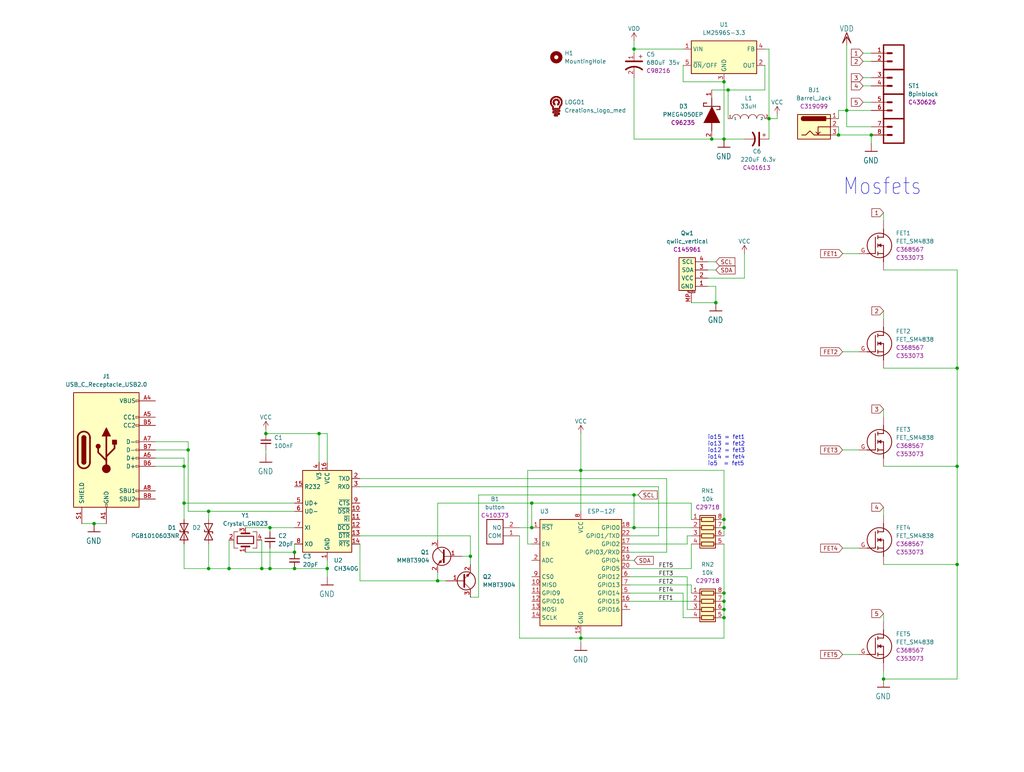
<source format=kicad_sch>
(kicad_sch (version 20211123) (generator eeschema)
  (paper "User" 317.957 239.649)
  (lib_symbols
    (symbol "Austins creations:12x12x8_inductor"
      (property "Reference" "L" (at 0 6.35 0))
      (property "Value" "12x12x8_inductor" (at 0 3.81 0))
      (symbol "12x12x8_inductor_1_1"
        (pin input line (at -6.35 0 0) (length 1.27) (name "1") (number "1"))
        (pin input line (at 6.35 0 180) (length 1.27) (name "2") (number "2"))
      )
    )
    (symbol "Austins creations:680uF 35v"
      (property "Reference" "C" (at 0 16.51 0))
      (property "Value" "680uF 35v" (at 0 13.97 0))
      (property "part #" "C98216" (at 0 11.43 0))
      (symbol "680uF 35v_1_1"
        (pin passive line (at 0 3.81 270) (length 2.54) (name "~") (number "1"))
        (pin passive line (at 0 -3.81 90) (length 3.302) (name "~") (number "2"))
      )
    )
    (symbol "Austins creations:8pinblock"
      (property "Reference" "ST" (at -8.89 2.54 0))
      (property "Value" "8pinblock" (at -8.89 0 0))
      (property "part #" "C430626" (at -8.89 -2.54 0))
      (symbol "8pinblock_1_0"
        (pin bidirectional line (at 7.62 12.7 180) (length 5.08) (name "1") (number "1"))
        (pin bidirectional line (at 7.62 10.16 180) (length 5.08) (name "2") (number "2"))
        (pin bidirectional line (at 7.62 5.08 180) (length 5.08) (name "3") (number "3"))
        (pin bidirectional line (at 7.62 2.54 180) (length 5.08) (name "4") (number "4"))
        (pin bidirectional line (at 7.62 -2.54 180) (length 5.08) (name "5") (number "5"))
        (pin bidirectional line (at 7.62 -5.08 180) (length 5.08) (name "6") (number "6"))
        (pin bidirectional line (at 7.62 -10.16 180) (length 5.08) (name "7") (number "7"))
        (pin bidirectional line (at 7.62 -12.7 180) (length 5.08) (name "8") (number "8"))
      )
    )
    (symbol "Austins creations:Barrel_Jack"
      (property "Reference" "BJ" (at -11.43 2.54 0))
      (property "Value" "Barrel_Jack" (at -11.43 0 0))
      (property "part #" "C319099" (at -11.43 -2.54 0))
      (symbol "Barrel_Jack_1_1"
        (pin passive line (at 7.62 2.54 180) (length 2.54) (name "~") (number "1"))
        (pin passive line (at 7.62 0 180) (length 2.54) (name "~") (number "2"))
        (pin passive line (at 7.62 -2.54 180) (length 2.54) (name "~") (number "3"))
      )
    )
    (symbol "Austins creations:FET_SM4838"
      (property "Reference" "FET" (at 10.16 1.27 0))
      (property "Value" "FET_SM4838" (at 10.16 -1.27 0))
      (property "part #" "C368567" (at 10.16 -3.81 0))
      (property "part # ex" "C353073" (at 10.16 -6.35 0))
      (symbol "FET_SM4838_1_0"
        (pin bidirectional line (at 1.27 7.62 270) (length 2.54) (name "D") (number "D"))
        (pin bidirectional line (at -6.35 -2.54 0) (length 2.54) (name "G") (number "G"))
        (pin bidirectional line (at 1.27 -7.62 90) (length 2.54) (name "S") (number "S"))
      )
    )
    (symbol "Austins creations:PMEG4050EP"
      (property "Reference" "D" (at 0 8.89 0))
      (property "Value" "PMEG4050EP" (at 0 6.35 0))
      (property "part #" "C96235" (at 0 3.81 0))
      (symbol "PMEG4050EP_1_0"
        (pin bidirectional line (at -7.62 0 0) (length 2.54) (name "K") (number "1"))
        (pin bidirectional line (at 7.62 0 180) (length 2.54) (name "A") (number "2"))
      )
    )
    (symbol "Austins creations:button"
      (property "Reference" "B" (at 0 10.16 0))
      (property "Value" "button" (at 0 7.62 0))
      (property "part #" "C410373" (at 0 5.08 0))
      (symbol "button_1_0"
        (pin bidirectional line (at -5.08 1.27 0) (length 5.08) (name "COM") (number "1"))
        (pin bidirectional line (at -5.08 -1.27 0) (length 5.08) (name "NO") (number "2"))
      )
    )
    (symbol "Austins creations:qwiic_vertical"
      (property "Reference" "Qw" (at 0 11.43 0))
      (property "Value" "qwiic_vertical" (at 0 8.89 0))
      (property "part #" "C145961" (at 0 6.35 0))
      (symbol "qwiic_vertical_1_1"
        (text "Mounting" (at 1.27 -5.461 0) (effects (font (size 0.381 0.381))))
        (pin passive line (at -3.81 -3.81 0) (length 3.81) (name "GND") (number "1"))
        (pin passive line (at -3.81 -1.27 0) (length 3.81) (name "VCC") (number "2"))
        (pin passive line (at -3.81 1.27 0) (length 3.81) (name "SDA") (number "3"))
        (pin passive line (at -3.81 3.81 0) (length 3.81) (name "SCL") (number "4"))
        (pin passive line (at 1.27 -8.89 90) (length 3.048) (name "") (number "MP"))
      )
    )
    (symbol "Connector:USB_C_Receptacle_USB2.0" (pin_names (offset 1.016))
      (property "Reference" "J" (at -10.16 19.05 0))
      (property "Value" "USB_C_Receptacle_USB2.0" (at 19.05 19.05 0))
      (symbol "USB_C_Receptacle_USB2.0_1_1"
        (pin passive line (at 0 -22.86 90) (length 5.08) (name "GND") (number "A1"))
        (pin passive line (at 0 -22.86 90) (length 5.08) hide (name "GND") (number "A12"))
        (pin passive line (at 15.24 15.24 180) (length 5.08) (name "VBUS") (number "A4"))
        (pin bidirectional line (at 15.24 10.16 180) (length 5.08) (name "CC1") (number "A5"))
        (pin bidirectional line (at 15.24 -2.54 180) (length 5.08) (name "D+") (number "A6"))
        (pin bidirectional line (at 15.24 2.54 180) (length 5.08) (name "D-") (number "A7"))
        (pin bidirectional line (at 15.24 -12.7 180) (length 5.08) (name "SBU1") (number "A8"))
        (pin passive line (at 15.24 15.24 180) (length 5.08) hide (name "VBUS") (number "A9"))
        (pin passive line (at 0 -22.86 90) (length 5.08) hide (name "GND") (number "B1"))
        (pin passive line (at 0 -22.86 90) (length 5.08) hide (name "GND") (number "B12"))
        (pin passive line (at 15.24 15.24 180) (length 5.08) hide (name "VBUS") (number "B4"))
        (pin bidirectional line (at 15.24 7.62 180) (length 5.08) (name "CC2") (number "B5"))
        (pin bidirectional line (at 15.24 -5.08 180) (length 5.08) (name "D+") (number "B6"))
        (pin bidirectional line (at 15.24 0 180) (length 5.08) (name "D-") (number "B7"))
        (pin bidirectional line (at 15.24 -15.24 180) (length 5.08) (name "SBU2") (number "B8"))
        (pin passive line (at 15.24 15.24 180) (length 5.08) hide (name "VBUS") (number "B9"))
        (pin passive line (at -7.62 -22.86 90) (length 5.08) (name "SHIELD") (number "S1"))
      )
    )
    (symbol "Device:C_Polarized_US" (pin_numbers hide) (pin_names (offset 0.254) hide)
      (property "Reference" "C" (at 0.635 2.54 0))
      (property "Value" "C_Polarized_US" (at 0.635 -2.54 0))
      (symbol "C_Polarized_US_1_1"
        (pin passive line (at 0 3.81 270) (length 2.794) (name "~") (number "1"))
        (pin passive line (at 0 -3.81 90) (length 3.302) (name "~") (number "2"))
      )
    )
    (symbol "Device:C_Small" (pin_numbers hide) (pin_names (offset 0.254) hide)
      (property "Reference" "C" (at 0.254 1.778 0))
      (property "Value" "C_Small" (at 0.254 -2.032 0))
      (symbol "C_Small_1_1"
        (pin passive line (at 0 2.54 270) (length 2.032) (name "~") (number "1"))
        (pin passive line (at 0 -2.54 90) (length 2.032) (name "~") (number "2"))
      )
    )
    (symbol "Device:Crystal_GND24" (pin_names (offset 1.016) hide)
      (property "Reference" "Y" (at 3.175 5.08 0))
      (property "Value" "Crystal_GND24" (at 3.175 3.175 0))
      (symbol "Crystal_GND24_1_1"
        (pin passive line (at -3.81 0 0) (length 1.27) (name "1") (number "1"))
        (pin passive line (at 0 5.08 270) (length 1.27) (name "2") (number "2"))
        (pin passive line (at 3.81 0 180) (length 1.27) (name "3") (number "3"))
        (pin passive line (at 0 -5.08 90) (length 1.27) (name "4") (number "4"))
      )
    )
    (symbol "Device:D_TVS" (pin_numbers hide) (pin_names (offset 1.016) hide)
      (property "Reference" "D" (at 0 2.54 0))
      (property "Value" "D_TVS" (at 0 -2.54 0))
      (symbol "D_TVS_1_1"
        (pin passive line (at -3.81 0 0) (length 2.54) (name "A1") (number "1"))
        (pin passive line (at 3.81 0 180) (length 2.54) (name "A2") (number "2"))
      )
    )
    (symbol "Device:R_Pack04" (pin_names (offset 0) hide)
      (property "Reference" "RN" (at -7.62 0 90))
      (property "Value" "R_Pack04" (at 5.08 0 90))
      (symbol "R_Pack04_1_1"
        (pin passive line (at -5.08 -5.08 90) (length 2.54) (name "R1.1") (number "1"))
        (pin passive line (at -2.54 -5.08 90) (length 2.54) (name "R2.1") (number "2"))
        (pin passive line (at 0 -5.08 90) (length 2.54) (name "R3.1") (number "3"))
        (pin passive line (at 2.54 -5.08 90) (length 2.54) (name "R4.1") (number "4"))
        (pin passive line (at 2.54 5.08 270) (length 2.54) (name "R4.2") (number "5"))
        (pin passive line (at 0 5.08 270) (length 2.54) (name "R3.2") (number "6"))
        (pin passive line (at -2.54 5.08 270) (length 2.54) (name "R2.2") (number "7"))
        (pin passive line (at -5.08 5.08 270) (length 2.54) (name "R1.2") (number "8"))
      )
    )
    (symbol "Interface_USB:CH340G"
      (property "Reference" "U" (at -5.08 13.97 0))
      (property "Value" "CH340G" (at 1.27 13.97 0))
      (symbol "CH340G_1_1"
        (pin power_in line (at 0 -15.24 90) (length 2.54) (name "GND") (number "1"))
        (pin input line (at 10.16 0 180) (length 2.54) (name "~{DSR}") (number "10"))
        (pin input line (at 10.16 -2.54 180) (length 2.54) (name "~{RI}") (number "11"))
        (pin input line (at 10.16 -5.08 180) (length 2.54) (name "~{DCD}") (number "12"))
        (pin output line (at 10.16 -7.62 180) (length 2.54) (name "~{DTR}") (number "13"))
        (pin output line (at 10.16 -10.16 180) (length 2.54) (name "~{RTS}") (number "14"))
        (pin input line (at -10.16 7.62 0) (length 2.54) (name "R232") (number "15"))
        (pin power_in line (at 0 15.24 270) (length 2.54) (name "VCC") (number "16"))
        (pin output line (at 10.16 10.16 180) (length 2.54) (name "TXD") (number "2"))
        (pin input line (at 10.16 7.62 180) (length 2.54) (name "RXD") (number "3"))
        (pin passive line (at -2.54 15.24 270) (length 2.54) (name "V3") (number "4"))
        (pin bidirectional line (at -10.16 2.54 0) (length 2.54) (name "UD+") (number "5"))
        (pin bidirectional line (at -10.16 0 0) (length 2.54) (name "UD-") (number "6"))
        (pin input line (at -10.16 -5.08 0) (length 2.54) (name "XI") (number "7"))
        (pin output line (at -10.16 -10.16 0) (length 2.54) (name "XO") (number "8"))
        (pin input line (at 10.16 2.54 180) (length 2.54) (name "~{CTS}") (number "9"))
      )
    )
    (symbol "Mechanical:MountingHole" (pin_names (offset 1.016))
      (property "Reference" "H" (at 0 5.08 0))
      (property "Value" "MountingHole" (at 0 3.175 0))
    )
    (symbol "PWM sheild d1 mini v1-eagle-import:GND" (power)
      (property "Value" "GND" (at -2.54 -2.54 0))
      (symbol "GND_1_0"
        (pin power_in line (at 0 2.54 270) (length 2.54) (name "GND") (number "1"))
      )
    )
    (symbol "PWM sheild d1 mini v1-eagle-import:VDD" (power)
      (property "Value" "VDD" (at -2.54 -2.54 90))
      (symbol "VDD_1_0"
        (pin power_in line (at 0 -2.54 90) (length 2.54) (name "VDD") (number "1"))
      )
    )
    (symbol "RF_Module:ESP-12F"
      (property "Reference" "U" (at -12.7 19.05 0))
      (property "Value" "ESP-12F" (at 12.7 19.05 0))
      (symbol "ESP-12F_1_1"
        (pin input line (at -15.24 15.24 0) (length 2.54) (name "~{RST}") (number "1"))
        (pin bidirectional line (at -15.24 -2.54 0) (length 2.54) (name "MISO") (number "10"))
        (pin bidirectional line (at -15.24 -5.08 0) (length 2.54) (name "GPIO9") (number "11"))
        (pin bidirectional line (at -15.24 -7.62 0) (length 2.54) (name "GPIO10") (number "12"))
        (pin bidirectional line (at -15.24 -10.16 0) (length 2.54) (name "MOSI") (number "13"))
        (pin bidirectional line (at -15.24 -12.7 0) (length 2.54) (name "SCLK") (number "14"))
        (pin power_in line (at 0 -17.78 90) (length 2.54) (name "GND") (number "15"))
        (pin bidirectional line (at 15.24 -7.62 180) (length 2.54) (name "GPIO15") (number "16"))
        (pin bidirectional line (at 15.24 10.16 180) (length 2.54) (name "GPIO2") (number "17"))
        (pin bidirectional line (at 15.24 15.24 180) (length 2.54) (name "GPIO0") (number "18"))
        (pin bidirectional line (at 15.24 5.08 180) (length 2.54) (name "GPIO4") (number "19"))
        (pin input line (at -15.24 5.08 0) (length 2.54) (name "ADC") (number "2"))
        (pin bidirectional line (at 15.24 2.54 180) (length 2.54) (name "GPIO5") (number "20"))
        (pin bidirectional line (at 15.24 7.62 180) (length 2.54) (name "GPIO3/RXD") (number "21"))
        (pin bidirectional line (at 15.24 12.7 180) (length 2.54) (name "GPIO1/TXD") (number "22"))
        (pin input line (at -15.24 10.16 0) (length 2.54) (name "EN") (number "3"))
        (pin bidirectional line (at 15.24 -10.16 180) (length 2.54) (name "GPIO16") (number "4"))
        (pin bidirectional line (at 15.24 -5.08 180) (length 2.54) (name "GPIO14") (number "5"))
        (pin bidirectional line (at 15.24 0 180) (length 2.54) (name "GPIO12") (number "6"))
        (pin bidirectional line (at 15.24 -2.54 180) (length 2.54) (name "GPIO13") (number "7"))
        (pin power_in line (at 0 20.32 270) (length 2.54) (name "VCC") (number "8"))
        (pin input line (at -15.24 0 0) (length 2.54) (name "CS0") (number "9"))
      )
    )
    (symbol "Regulator_Switching:LM2596S-3.3"
      (property "Reference" "U" (at -10.16 6.35 0))
      (property "Value" "LM2596S-3.3" (at 0 6.35 0))
      (symbol "LM2596S-3.3_1_1"
        (pin power_in line (at -12.7 2.54 0) (length 2.54) (name "VIN") (number "1"))
        (pin output line (at 12.7 -2.54 180) (length 2.54) (name "OUT") (number "2"))
        (pin power_in line (at 0 -7.62 90) (length 2.54) (name "GND") (number "3"))
        (pin input line (at 12.7 2.54 180) (length 2.54) (name "FB") (number "4"))
        (pin input line (at -12.7 -2.54 0) (length 2.54) (name "~{ON}/OFF") (number "5"))
      )
    )
    (symbol "Transistor_BJT:MMBT3904" (pin_names (offset 0) hide)
      (property "Reference" "Q" (at 5.08 1.905 0))
      (property "Value" "MMBT3904" (at 5.08 0 0))
      (symbol "MMBT3904_1_1"
        (pin input line (at -5.08 0 0) (length 5.715) (name "B") (number "1"))
        (pin passive line (at 2.54 -5.08 90) (length 2.54) (name "E") (number "2"))
        (pin passive line (at 2.54 5.08 270) (length 2.54) (name "C") (number "3"))
      )
    )
    (symbol "logos:Creations_logo_med"
      (property "Reference" "LOGO" (at 0 6.35 0))
      (property "Value" "Creations_logo_med" (at 0 3.81 0))
    )
    (symbol "power:VCC" (power) (pin_names (offset 0))
      (property "Value" "VCC" (at 0 3.81 0))
      (symbol "VCC_1_1"
        (pin power_in line (at 0 0 90) (length 0) hide (name "VCC") (number "1"))
      )
    )
    (symbol "power:VDD" (power) (pin_names (offset 0))
      (property "Value" "VDD" (at 0 3.81 0))
      (symbol "VDD_1_1"
        (pin power_in line (at 0 0 90) (length 0) hide (name "VDD") (number "1"))
      )
    )
  )
  (junction (at 270.51 41.91))
  (junction (at 81.28 176.53))
  (junction (at 57.15 144.78))
  (junction (at 274.32 210.82))
  (junction (at 165.1 156.21))
  (junction (at 222.25 93.98))
  (junction (at 57.15 156.21))
  (junction (at 165.1 163.83))
  (junction (at 224.79 25.4))
  (junction (at 64.77 176.53))
  (junction (at 224.79 163.83))
  (junction (at 180.34 198.12))
  (junction (at 297.18 175.26))
  (junction (at 83.82 176.53))
  (junction (at 224.79 43.18))
  (junction (at 220.98 43.18))
  (junction (at 196.85 15.24))
  (junction (at 99.06 134.62))
  (junction (at 260.35 41.91))
  (junction (at 224.79 161.29))
  (junction (at 196.85 153.67))
  (junction (at 180.34 146.05))
  (junction (at 29.21 162.56))
  (junction (at 101.6 176.53))
  (junction (at 196.85 163.83))
  (junction (at 224.79 191.77))
  (junction (at 297.18 114.3))
  (junction (at 146.05 172.72))
  (junction (at 82.55 134.62))
  (junction (at 262.89 34.29))
  (junction (at 238.76 36.83))
  (junction (at 71.12 176.53))
  (junction (at 224.79 186.69))
  (junction (at 64.77 158.75))
  (junction (at 224.79 189.23))
  (junction (at 91.44 176.53))
  (junction (at 83.82 163.83))
  (junction (at 135.89 180.34))
  (junction (at 224.79 184.15))
  (junction (at 58.42 139.7))
  (junction (at 226.06 27.94))
  (junction (at 91.44 171.45))
  (junction (at 297.18 144.78))
  (wire (pts (xy 212.09 25.4) (xy 224.79 25.4)))
  (wire (pts (xy 226.06 27.94) (xy 237.49 27.94)))
  (wire (pts (xy 226.06 36.83) (xy 226.06 27.94)))
  (wire (pts (xy 196.85 43.18) (xy 220.98 43.18)))
  (wire (pts (xy 274.32 175.26) (xy 297.18 175.26)))
  (wire (pts (xy 196.85 153.67) (xy 198.12 153.67)))
  (wire (pts (xy 213.36 189.23) (xy 213.36 179.07)))
  (wire (pts (xy 297.18 175.26) (xy 297.18 210.82)))
  (wire (pts (xy 238.76 36.83) (xy 238.76 43.18)))
  (wire (pts (xy 48.26 139.7) (xy 58.42 139.7)))
  (wire (pts (xy 224.79 163.83) (xy 224.79 166.37)))
  (wire (pts (xy 111.76 180.34) (xy 135.89 180.34)))
  (wire (pts (xy 180.34 134.62) (xy 180.34 146.05)))
  (wire (pts (xy 262.89 39.37) (xy 270.51 39.37)))
  (wire (pts (xy 196.85 12.7) (xy 196.85 15.24)))
  (wire (pts (xy 219.71 86.36) (xy 231.14 86.36)))
  (wire (pts (xy 212.09 15.24) (xy 196.85 15.24)))
  (wire (pts (xy 260.35 41.91) (xy 270.51 41.91)))
  (wire (pts (xy 274.32 193.04) (xy 274.32 190.5)))
  (wire (pts (xy 146.05 166.37) (xy 146.05 172.72)))
  (wire (pts (xy 214.63 181.61) (xy 214.63 184.15)))
  (wire (pts (xy 224.79 184.15) (xy 224.79 186.69)))
  (wire (pts (xy 180.34 196.85) (xy 180.34 198.12)))
  (wire (pts (xy 180.34 198.12) (xy 180.34 199.39)))
  (wire (pts (xy 64.77 176.53) (xy 71.12 176.53)))
  (wire (pts (xy 196.85 153.67) (xy 196.85 163.83)))
  (wire (pts (xy 165.1 163.83) (xy 165.1 156.21)))
  (wire (pts (xy 57.15 156.21) (xy 57.15 161.29)))
  (wire (pts (xy 196.85 153.67) (xy 148.59 153.67)))
  (wire (pts (xy 58.42 139.7) (xy 58.42 137.16)))
  (wire (pts (xy 261.62 170.18) (xy 266.7 170.18)))
  (wire (pts (xy 195.58 168.91) (xy 213.36 168.91)))
  (wire (pts (xy 270.51 26.67) (xy 267.97 26.67)))
  (wire (pts (xy 219.71 88.9) (xy 222.25 88.9)))
  (wire (pts (xy 238.76 15.24) (xy 238.76 36.83)))
  (wire (pts (xy 163.83 146.05) (xy 163.83 168.91)))
  (wire (pts (xy 135.89 156.21) (xy 165.1 156.21)))
  (wire (pts (xy 214.63 156.21) (xy 214.63 161.29)))
  (wire (pts (xy 274.32 144.78) (xy 297.18 144.78)))
  (wire (pts (xy 83.82 163.83) (xy 91.44 163.83)))
  (wire (pts (xy 83.82 170.18) (xy 83.82 176.53)))
  (wire (pts (xy 261.62 139.7) (xy 266.7 139.7)))
  (wire (pts (xy 261.62 109.22) (xy 266.7 109.22)))
  (wire (pts (xy 161.29 198.12) (xy 180.34 198.12)))
  (wire (pts (xy 57.15 168.91) (xy 57.15 176.53)))
  (wire (pts (xy 148.59 153.67) (xy 148.59 185.42)))
  (wire (pts (xy 143.51 172.72) (xy 146.05 172.72)))
  (wire (pts (xy 213.36 168.91) (xy 213.36 166.37)))
  (wire (pts (xy 64.77 158.75) (xy 64.77 161.29)))
  (wire (pts (xy 274.32 114.3) (xy 297.18 114.3)))
  (wire (pts (xy 224.79 186.69) (xy 224.79 189.23)))
  (wire (pts (xy 111.76 166.37) (xy 146.05 166.37)))
  (wire (pts (xy 195.58 179.07) (xy 213.36 179.07)))
  (wire (pts (xy 270.51 16.51) (xy 267.97 16.51)))
  (wire (pts (xy 81.28 176.53) (xy 71.12 176.53)))
  (wire (pts (xy 81.28 176.53) (xy 83.82 176.53)))
  (wire (pts (xy 195.58 181.61) (xy 214.63 181.61)))
  (wire (pts (xy 214.63 93.98) (xy 222.25 93.98)))
  (wire (pts (xy 48.26 144.78) (xy 57.15 144.78)))
  (wire (pts (xy 196.85 24.13) (xy 196.85 43.18)))
  (wire (pts (xy 101.6 173.99) (xy 101.6 176.53)))
  (wire (pts (xy 196.85 163.83) (xy 214.63 163.83)))
  (wire (pts (xy 99.06 143.51) (xy 99.06 134.62)))
  (wire (pts (xy 91.44 176.53) (xy 101.6 176.53)))
  (wire (pts (xy 83.82 163.83) (xy 83.82 165.1)))
  (wire (pts (xy 274.32 160.02) (xy 274.32 157.48)))
  (wire (pts (xy 180.34 146.05) (xy 180.34 158.75)))
  (wire (pts (xy 91.44 158.75) (xy 64.77 158.75)))
  (wire (pts (xy 195.58 184.15) (xy 212.09 184.15)))
  (wire (pts (xy 224.79 191.77) (xy 224.79 198.12)))
  (wire (pts (xy 82.55 139.7) (xy 82.55 140.97)))
  (wire (pts (xy 135.89 180.34) (xy 138.43 180.34)))
  (wire (pts (xy 195.58 171.45) (xy 207.01 171.45)))
  (wire (pts (xy 196.85 15.24) (xy 196.85 16.51)))
  (wire (pts (xy 214.63 191.77) (xy 212.09 191.77)))
  (wire (pts (xy 163.83 168.91) (xy 165.1 168.91)))
  (wire (pts (xy 270.51 19.05) (xy 267.97 19.05)))
  (wire (pts (xy 219.71 81.28) (xy 222.25 81.28)))
  (wire (pts (xy 260.35 34.29) (xy 262.89 34.29)))
  (wire (pts (xy 82.55 133.35) (xy 82.55 134.62)))
  (wire (pts (xy 261.62 203.2) (xy 266.7 203.2)))
  (wire (pts (xy 297.18 114.3) (xy 297.18 144.78)))
  (wire (pts (xy 207.01 148.59) (xy 111.76 148.59)))
  (wire (pts (xy 224.79 43.18) (xy 231.14 43.18)))
  (wire (pts (xy 241.3 36.83) (xy 238.76 36.83)))
  (wire (pts (xy 274.32 99.06) (xy 274.32 96.52)))
  (wire (pts (xy 219.71 83.82) (xy 222.25 83.82)))
  (wire (pts (xy 262.89 34.29) (xy 262.89 39.37)))
  (wire (pts (xy 241.3 35.56) (xy 241.3 36.83)))
  (wire (pts (xy 212.09 20.32) (xy 212.09 25.4)))
  (wire (pts (xy 58.42 158.75) (xy 58.42 139.7)))
  (wire (pts (xy 64.77 168.91) (xy 64.77 176.53)))
  (wire (pts (xy 148.59 185.42) (xy 146.05 185.42)))
  (wire (pts (xy 270.51 24.13) (xy 267.97 24.13)))
  (wire (pts (xy 146.05 172.72) (xy 146.05 175.26)))
  (wire (pts (xy 57.15 176.53) (xy 64.77 176.53)))
  (wire (pts (xy 297.18 83.82) (xy 297.18 114.3)))
  (wire (pts (xy 224.79 25.4) (xy 224.79 43.18)))
  (wire (pts (xy 224.79 161.29) (xy 224.79 163.83)))
  (wire (pts (xy 237.49 27.94) (xy 237.49 20.32)))
  (wire (pts (xy 57.15 144.78) (xy 57.15 142.24)))
  (wire (pts (xy 71.12 176.53) (xy 71.12 167.64)))
  (wire (pts (xy 64.77 158.75) (xy 58.42 158.75)))
  (wire (pts (xy 297.18 83.82) (xy 274.32 83.82)))
  (wire (pts (xy 212.09 191.77) (xy 212.09 184.15)))
  (wire (pts (xy 76.2 171.45) (xy 91.44 171.45)))
  (wire (pts (xy 165.1 156.21) (xy 214.63 156.21)))
  (wire (pts (xy 83.82 176.53) (xy 91.44 176.53)))
  (wire (pts (xy 135.89 177.8) (xy 135.89 180.34)))
  (wire (pts (xy 101.6 176.53) (xy 101.6 179.07)))
  (wire (pts (xy 261.62 78.74) (xy 266.7 78.74)))
  (wire (pts (xy 180.34 146.05) (xy 163.83 146.05)))
  (wire (pts (xy 161.29 163.83) (xy 165.1 163.83)))
  (wire (pts (xy 99.06 134.62) (xy 82.55 134.62)))
  (wire (pts (xy 57.15 142.24) (xy 48.26 142.24)))
  (wire (pts (xy 270.51 31.75) (xy 267.97 31.75)))
  (wire (pts (xy 262.89 34.29) (xy 262.89 13.97)))
  (wire (pts (xy 196.85 173.99) (xy 195.58 173.99)))
  (wire (pts (xy 220.98 27.94) (xy 226.06 27.94)))
  (wire (pts (xy 274.32 129.54) (xy 274.32 127)))
  (wire (pts (xy 224.79 198.12) (xy 180.34 198.12)))
  (wire (pts (xy 195.58 163.83) (xy 196.85 163.83)))
  (wire (pts (xy 224.79 189.23) (xy 224.79 191.77)))
  (wire (pts (xy 260.35 39.37) (xy 260.35 41.91)))
  (wire (pts (xy 81.28 167.64) (xy 81.28 176.53)))
  (wire (pts (xy 76.2 163.83) (xy 83.82 163.83)))
  (wire (pts (xy 214.63 176.53) (xy 214.63 168.91)))
  (wire (pts (xy 214.63 189.23) (xy 213.36 189.23)))
  (wire (pts (xy 91.44 171.45) (xy 91.44 168.91)))
  (wire (pts (xy 101.6 143.51) (xy 101.6 134.62)))
  (wire (pts (xy 135.89 167.64) (xy 135.89 156.21)))
  (wire (pts (xy 260.35 34.29) (xy 260.35 36.83)))
  (wire (pts (xy 111.76 151.13) (xy 204.47 151.13)))
  (wire (pts (xy 204.47 151.13) (xy 204.47 166.37)))
  (wire (pts (xy 195.58 176.53) (xy 214.63 176.53)))
  (wire (pts (xy 224.79 161.29) (xy 224.79 146.05)))
  (wire (pts (xy 111.76 168.91) (xy 111.76 180.34)))
  (wire (pts (xy 222.25 88.9) (xy 222.25 93.98)))
  (wire (pts (xy 274.32 208.28) (xy 274.32 210.82)))
  (wire (pts (xy 220.98 43.18) (xy 224.79 43.18)))
  (wire (pts (xy 207.01 171.45) (xy 207.01 148.59)))
  (wire (pts (xy 99.06 134.62) (xy 101.6 134.62)))
  (wire (pts (xy 224.79 168.91) (xy 224.79 184.15)))
  (wire (pts (xy 231.14 86.36) (xy 231.14 78.74)))
  (wire (pts (xy 25.4 162.56) (xy 29.21 162.56)))
  (wire (pts (xy 274.32 68.58) (xy 274.32 66.04)))
  (wire (pts (xy 29.21 162.56) (xy 33.02 162.56)))
  (wire (pts (xy 270.51 41.91) (xy 270.51 44.45)))
  (wire (pts (xy 57.15 156.21) (xy 57.15 144.78)))
  (wire (pts (xy 204.47 166.37) (xy 195.58 166.37)))
  (wire (pts (xy 58.42 137.16) (xy 48.26 137.16)))
  (wire (pts (xy 262.89 34.29) (xy 270.51 34.29)))
  (wire (pts (xy 274.32 210.82) (xy 297.18 210.82)))
  (wire (pts (xy 195.58 186.69) (xy 214.63 186.69)))
  (wire (pts (xy 161.29 166.37) (xy 161.29 198.12)))
  (wire (pts (xy 224.79 146.05) (xy 180.34 146.05)))
  (wire (pts (xy 237.49 15.24) (xy 238.76 15.24)))
  (wire (pts (xy 297.18 144.78) (xy 297.18 175.26)))
  (wire (pts (xy 91.44 156.21) (xy 57.15 156.21)))
  (wire (pts (xy 213.36 166.37) (xy 214.63 166.37)))
  (text "io15 = fet1\nio13 = fet2\nio12 = fet3\nio14 = fet4\nio5  = fet5" (at 219.71 144.78 0) (effects (font (size 1.27 1.27)) (justify left bottom)))
  (text "Mosfets" (at 261.62 60.96 180) (effects (font (size 5.08 4.318)) (justify left bottom)))
  (label "FET1" (at 204.47 186.69 0))
  (label "FET4" (at 204.47 184.15 0))
  (label "FET5" (at 204.47 176.53 0))
  (label "FET2" (at 204.47 181.61 0))
  (label "FET3" (at 204.47 179.07 0))
  (global_label "4" (shape input) (at 274.32 157.48 180) (property "Intersheet References" "${INTERSHEET_REFS}" (effects hide)))
  (global_label "FET2" (shape input) (at 261.62 109.22 180) (property "Intersheet References" "${INTERSHEET_REFS}" (effects hide)))
  (global_label "1" (shape input) (at 274.32 66.04 180) (property "Intersheet References" "${INTERSHEET_REFS}" (effects hide)))
  (global_label "5" (shape input) (at 274.32 190.5 180) (property "Intersheet References" "${INTERSHEET_REFS}" (effects hide)))
  (global_label "FET3" (shape input) (at 261.62 139.7 180) (property "Intersheet References" "${INTERSHEET_REFS}" (effects hide)))
  (global_label "SCL" (shape input) (at 198.12 153.67 0) (property "Intersheet References" "${INTERSHEET_REFS}" (effects hide)))
  (global_label "3" (shape input) (at 274.32 127 180) (property "Intersheet References" "${INTERSHEET_REFS}" (effects hide)))
  (global_label "3" (shape input) (at 267.97 24.13 180) (property "Intersheet References" "${INTERSHEET_REFS}" (effects hide)))
  (global_label "1" (shape input) (at 267.97 16.51 180) (property "Intersheet References" "${INTERSHEET_REFS}" (effects hide)))
  (global_label "4" (shape input) (at 267.97 26.67 180) (property "Intersheet References" "${INTERSHEET_REFS}" (effects hide)))
  (global_label "SDA" (shape input) (at 196.85 173.99 0) (property "Intersheet References" "${INTERSHEET_REFS}" (effects hide)))
  (global_label "SDA" (shape input) (at 222.25 83.82 0) (property "Intersheet References" "${INTERSHEET_REFS}" (effects hide)))
  (global_label "SCL" (shape input) (at 222.25 81.28 0) (property "Intersheet References" "${INTERSHEET_REFS}" (effects hide)))
  (global_label "2" (shape input) (at 267.97 19.05 180) (property "Intersheet References" "${INTERSHEET_REFS}" (effects hide)))
  (global_label "2" (shape input) (at 274.32 96.52 180) (property "Intersheet References" "${INTERSHEET_REFS}" (effects hide)))
  (global_label "FET5" (shape input) (at 261.62 203.2 180) (property "Intersheet References" "${INTERSHEET_REFS}" (effects hide)))
  (global_label "FET4" (shape input) (at 261.62 170.18 180) (property "Intersheet References" "${INTERSHEET_REFS}" (effects hide)))
  (global_label "FET1" (shape input) (at 261.62 78.74 180) (property "Intersheet References" "${INTERSHEET_REFS}" (effects hide)))
  (global_label "5" (shape input) (at 267.97 31.75 180) (property "Intersheet References" "${INTERSHEET_REFS}" (effects hide)))
  (symbol (lib_id "PWM sheild d1 mini v1-eagle-import:GND") (at 222.25 96.52 0) (unit 1)
    (property "Reference" "#GND02" (effects hide))
    (property "Value" "GND" (at 219.71 100.33 0) (effects (font (size 1.778 1.5113)) (justify left bottom)))
  )
  (symbol (lib_id "Transistor_BJT:MMBT3904") (at 138.43 172.72 0) (mirror y) (unit 1)
    (property "Reference" "Q1" (at 133.35 171.4499 0) (effects (justify left)))
    (property "Value" "MMBT3904" (at 133.35 173.9899 0) (effects (justify left)))
    (property "Footprint" "Package_TO_SOT_SMD:SOT-23" (effects hide))
    (property "Datasheet" "https://www.onsemi.com/pub/Collateral/2N3903-D.PDF" (effects hide))
  )
  (symbol (lib_id "PWM sheild d1 mini v1-eagle-import:GND") (at 274.32 213.36 0) (unit 1)
    (property "Reference" "#GND014" (effects hide))
    (property "Value" "GND" (at 271.78 217.17 0) (effects (font (size 1.778 1.5113)) (justify left bottom)))
  )
  (symbol (lib_id "Austins creations:qwiic_vertical") (at 215.9 85.09 0) (mirror y) (unit 1)
    (property "Reference" "Qw1" (at 213.36 72.39 0))
    (property "Value" "qwiic_vertical" (at 213.36 74.93 0))
    (property "Footprint" "Austins creations:qwiic vertical" (effects hide))
    (property "part #" "C145961" (at 213.36 77.47 0))
  )
  (symbol (lib_id "Device:C_Small") (at 91.44 173.99 0) (unit 1)
    (property "Reference" "C3" (at 93.98 172.7262 0) (effects (justify left)))
    (property "Value" "20pF" (at 93.98 175.2662 0) (effects (justify left)))
    (property "Footprint" "Capacitor_SMD:C_0603_1608Metric" (effects hide))
  )
  (symbol (lib_id "Device:D_TVS") (at 64.77 165.1 90) (unit 1)
    (property "Reference" "D2" (at 59.69 163.83 90) (effects (justify right)))
    (property "Value" "PGB1010603NR" (effects hide))
    (property "Footprint" "Diode_SMD:D_0603_1608Metric" (effects hide))
  )
  (symbol (lib_id "Austins creations:FET_SM4838") (at 273.05 76.2 0) (unit 1)
    (property "Reference" "FET1" (at 278.13 72.3899 0) (effects (justify left)))
    (property "Value" "FET_SM4838" (at 278.13 74.9299 0) (effects (justify left)))
    (property "Footprint" "Austins creations:FET SM4838" (effects hide))
    (property "part #" "C368567" (at 278.13 77.4699 0) (effects (justify left)))
    (property "part # ex" "C353073" (at 278.13 80.0099 0) (effects (justify left)))
  )
  (symbol (lib_id "Regulator_Switching:LM2596S-3.3") (at 224.79 17.78 0) (unit 1)
    (property "Reference" "U1" (at 224.79 7.62 0))
    (property "Value" "LM2596S-3.3" (at 224.79 10.16 0))
    (property "Footprint" "Package_TO_SOT_SMD:TO-263-5_TabPin3" (effects hide))
    (property "Datasheet" "http://www.ti.com/lit/ds/symlink/lm2596.pdf" (effects hide))
  )
  (symbol (lib_id "PWM sheild d1 mini v1-eagle-import:GND") (at 224.79 45.72 0) (unit 1)
    (property "Reference" "#GND0103" (effects hide))
    (property "Value" "GND" (at 222.25 49.53 0) (effects (font (size 1.778 1.5113)) (justify left bottom)))
  )
  (symbol (lib_id "Device:Crystal_GND24") (at 76.2 167.64 90) (unit 1)
    (property "Reference" "Y1" (at 76.2 160.02 90))
    (property "Value" "Crystal_GND23" (at 76.2 162.56 90))
    (property "Footprint" "Crystal:Crystal_SMD_3225-4Pin_3.2x2.5mm" (effects hide))
  )
  (symbol (lib_id "power:VCC") (at 231.14 78.74 0) (unit 1)
    (property "Reference" "#PWR05" (effects hide))
    (property "Value" "VCC" (at 231.14 74.93 0))
  )
  (symbol (lib_id "Device:D_TVS") (at 57.15 165.1 90) (unit 1)
    (property "Reference" "D1" (at 52.07 163.83 90) (effects (justify right)))
    (property "Value" "PGB1010603NR" (at 40.64 166.37 90) (effects (justify right)))
    (property "Footprint" "Diode_SMD:D_0603_1608Metric" (effects hide))
  )
  (symbol (lib_id "PWM sheild d1 mini v1-eagle-import:GND") (at 180.34 201.93 0) (unit 1)
    (property "Reference" "#GND06" (effects hide))
    (property "Value" "GND" (at 177.8 205.74 0) (effects (font (size 1.778 1.5113)) (justify left bottom)))
  )
  (symbol (lib_id "Device:R_Pack04") (at 219.71 166.37 270) (unit 1)
    (property "Reference" "RN1" (at 219.71 152.4 90))
    (property "Value" "10k" (at 219.71 154.94 90))
    (property "Footprint" "Resistor_SMD:R_Array_Convex_4x0603" (effects hide))
    (property "part #" "C29718" (at 219.71 157.48 90))
  )
  (symbol (lib_id "power:VCC") (at 82.55 133.35 0) (unit 1)
    (property "Reference" "#PWR02" (effects hide))
    (property "Value" "VCC" (at 82.55 129.54 0))
  )
  (symbol (lib_id "Device:C_Small") (at 83.82 167.64 0) (unit 1)
    (property "Reference" "C2" (at 86.36 166.3762 0) (effects (justify left)))
    (property "Value" "20pF" (at 86.36 168.9162 0) (effects (justify left)))
    (property "Footprint" "Capacitor_SMD:C_0603_1608Metric" (effects hide))
  )
  (symbol (lib_id "power:VDD") (at 196.85 12.7 0) (unit 1)
    (property "Reference" "#PWR01" (effects hide))
    (property "Value" "VDD" (at 196.85 8.89 0))
  )
  (symbol (lib_id "power:VCC") (at 180.34 134.62 0) (unit 1)
    (property "Reference" "#PWR04" (effects hide))
    (property "Value" "VCC" (at 180.34 130.81 0))
  )
  (symbol (lib_id "Austins creations:button") (at 156.21 165.1 180) (unit 1)
    (property "Reference" "B1" (at 153.67 154.94 0))
    (property "Value" "button" (at 153.67 157.48 0))
    (property "Footprint" "Austins creations:button" (effects hide))
    (property "part #" "C410373" (at 153.67 160.02 0))
  )
  (symbol (lib_id "Mechanical:MountingHole") (at 172.72 17.78 0) (unit 1)
    (property "Reference" "H1" (at 175.26 16.5099 0) (effects (justify left)))
    (property "Value" "MountingHole" (at 175.26 19.0499 0) (effects (justify left)))
    (property "Footprint" "MountingHole:MountingHole_3.2mm_M3" (effects hide))
  )
  (symbol (lib_id "Transistor_BJT:MMBT3904") (at 143.51 180.34 0) (mirror x) (unit 1)
    (property "Reference" "Q2" (at 149.86 179.07 0) (effects (justify left)))
    (property "Value" "MMBT3904" (at 149.86 181.61 0) (effects (justify left)))
    (property "Footprint" "Package_TO_SOT_SMD:SOT-23" (effects hide))
    (property "Datasheet" "https://www.onsemi.com/pub/Collateral/2N3903-D.PDF" (effects hide))
  )
  (symbol (lib_id "Device:C_Polarized_US") (at 234.95 43.18 270) (unit 1)
    (property "Reference" "C6" (at 233.68 46.99 90) (effects (justify left)))
    (property "Value" "220uF 6.3v" (at 229.87 49.53 90) (effects (justify left)))
    (property "Footprint" "Capacitor_SMD:CP_Elec_8x6.2" (effects hide))
    (property "part #" "C401613" (at 234.95 52.07 90))
  )
  (symbol (lib_id "Interface_USB:CH340G") (at 101.6 158.75 0) (unit 1)
    (property "Reference" "U2" (at 103.6194 173.99 0) (effects (justify left)))
    (property "Value" "CH340G" (at 103.6194 176.53 0) (effects (justify left)))
    (property "Footprint" "Package_SO:SOIC-16_3.9x9.9mm_P1.27mm" (effects hide))
    (property "Datasheet" "http://www.datasheet5.com/pdf-local-2195953" (effects hide))
  )
  (symbol (lib_id "Austins creations:8pinblock") (at 278.13 29.21 0) (mirror y) (unit 1)
    (property "Reference" "ST1" (at 281.94 26.6699 0) (effects (justify right)))
    (property "Value" "8pinblock" (at 281.94 29.2099 0) (effects (justify right)))
    (property "Footprint" "Austins creations:8pinblock" (effects hide))
    (property "part #" "C430626" (at 281.94 31.7499 0) (effects (justify right)))
  )
  (symbol (lib_id "Austins creations:680uF 35v") (at 196.85 20.32 0) (unit 1)
    (property "Reference" "C5" (at 200.66 16.8909 0) (effects (justify left)))
    (property "Value" "680uF 35v" (at 200.66 19.4309 0) (effects (justify left)))
    (property "Footprint" "Austins creations:large capacitor 12.5d 13.5h" (effects hide))
    (property "part #" "C98216" (at 200.66 21.9709 0) (effects (justify left)))
  )
  (symbol (lib_id "Austins creations:FET_SM4838") (at 273.05 137.16 0) (unit 1)
    (property "Reference" "FET3" (at 278.13 133.3499 0) (effects (justify left)))
    (property "Value" "FET_SM4838" (at 278.13 135.8899 0) (effects (justify left)))
    (property "Footprint" "Austins creations:FET SM4838" (effects hide))
    (property "part #" "C368567" (at 278.13 138.4299 0) (effects (justify left)))
    (property "part # ex" "C353073" (at 278.13 140.9699 0) (effects (justify left)))
  )
  (symbol (lib_id "logos:Creations_logo_med") (at 172.72 31.75 0) (unit 1)
    (property "Reference" "LOGO1" (at 175.26 31.7245 0) (effects (justify left)))
    (property "Value" "Creations_logo_med" (at 175.26 34.2645 0) (effects (justify left)))
    (property "Footprint" "logos:Creations logo med" (effects hide))
  )
  (symbol (lib_id "Austins creations:FET_SM4838") (at 273.05 106.68 0) (unit 1)
    (property "Reference" "FET2" (at 278.13 102.8699 0) (effects (justify left)))
    (property "Value" "FET_SM4838" (at 278.13 105.4099 0) (effects (justify left)))
    (property "Footprint" "Austins creations:FET SM4838" (effects hide))
    (property "part #" "C368567" (at 278.13 107.9499 0) (effects (justify left)))
    (property "part # ex" "C353073" (at 278.13 110.4899 0) (effects (justify left)))
  )
  (symbol (lib_id "Austins creations:FET_SM4838") (at 273.05 200.66 0) (unit 1)
    (property "Reference" "FET5" (at 278.13 196.8499 0) (effects (justify left)))
    (property "Value" "FET_SM4838" (at 278.13 199.3899 0) (effects (justify left)))
    (property "Footprint" "Austins creations:FET SM4838" (effects hide))
    (property "part #" "C368567" (at 278.13 201.9299 0) (effects (justify left)))
    (property "part # ex" "C353073" (at 278.13 204.4699 0) (effects (justify left)))
  )
  (symbol (lib_id "Connector:USB_C_Receptacle_USB2.0") (at 33.02 139.7 0) (unit 1)
    (property "Reference" "J1" (at 33.02 116.84 0))
    (property "Value" "USB_C_Receptacle_USB2.0" (at 33.02 119.38 0))
    (property "Footprint" "Connector_USB:USB_C_Receptacle_HRO_TYPE-C-31-M-12" (effects hide))
    (property "Datasheet" "https://www.usb.org/sites/default/files/documents/usb_type-c.zip" (effects hide))
  )
  (symbol (lib_id "Austins creations:12x12x8_inductor") (at 232.41 36.83 0) (unit 1)
    (property "Reference" "L1" (at 232.41 30.48 0))
    (property "Value" "33uH" (at 232.41 33.02 0))
    (property "Footprint" "Austins creations:12x12x8 inductor" (effects hide))
  )
  (symbol (lib_id "PWM sheild d1 mini v1-eagle-import:GND") (at 82.55 143.51 0) (unit 1)
    (property "Reference" "#GND03" (effects hide))
    (property "Value" "GND" (at 80.01 147.32 0) (effects (font (size 1.778 1.5113)) (justify left bottom)))
  )
  (symbol (lib_id "RF_Module:ESP-12F") (at 180.34 179.07 0) (unit 1)
    (property "Reference" "U3" (at 167.64 158.75 0) (effects (justify left)))
    (property "Value" "ESP-12F" (at 182.3594 158.75 0) (effects (justify left)))
    (property "Footprint" "RF_Module:ESP-12E" (effects hide))
    (property "Datasheet" "http://wiki.ai-thinker.com/_media/esp8266/esp8266_series_modules_user_manual_v1.1.pdf" (effects hide))
  )
  (symbol (lib_id "Austins creations:FET_SM4838") (at 273.05 167.64 0) (unit 1)
    (property "Reference" "FET4" (at 278.13 163.8299 0) (effects (justify left)))
    (property "Value" "FET_SM4838" (at 278.13 166.3699 0) (effects (justify left)))
    (property "Footprint" "Austins creations:FET SM4838" (effects hide))
    (property "part #" "C368567" (at 278.13 168.9099 0) (effects (justify left)))
    (property "part # ex" "C353073" (at 278.13 171.4499 0) (effects (justify left)))
  )
  (symbol (lib_id "PWM sheild d1 mini v1-eagle-import:VDD") (at 262.89 11.43 0) (unit 1)
    (property "Reference" "#VDD0101" (effects hide))
    (property "Value" "VDD" (at 262.89 8.89 0) (effects (font (size 1.778 1.5113))))
  )
  (symbol (lib_id "Austins creations:Barrel_Jack") (at 252.73 39.37 0) (unit 1)
    (property "Reference" "BJ1" (at 252.73 27.94 0))
    (property "Value" "Barrel_Jack" (at 252.73 30.48 0))
    (property "Footprint" "Austins creations:Barrel Jack" (effects hide))
    (property "part #" "C319099" (at 252.73 33.02 0))
  )
  (symbol (lib_id "Austins creations:PMEG4050EP") (at 220.98 35.56 270) (unit 1)
    (property "Reference" "D3" (at 210.82 33.02 90) (effects (justify left)))
    (property "Value" "PMEG4050EP" (at 205.74 35.56 90) (effects (justify left)))
    (property "Footprint" "Austins creations:PMEG3050EP" (effects hide))
    (property "part #" "C96235" (at 208.28 38.1 90) (effects (justify left)))
  )
  (symbol (lib_id "Device:C_Small") (at 82.55 137.16 0) (unit 1)
    (property "Reference" "C1" (at 85.09 135.8962 0) (effects (justify left)))
    (property "Value" "100nF" (at 85.09 138.4362 0) (effects (justify left)))
    (property "Footprint" "Capacitor_SMD:C_0603_1608Metric" (effects hide))
  )
  (symbol (lib_id "power:VCC") (at 241.3 35.56 0) (unit 1)
    (property "Reference" "#PWR03" (effects hide))
    (property "Value" "VCC" (at 241.3 31.75 0))
  )
  (symbol (lib_id "PWM sheild d1 mini v1-eagle-import:GND") (at 29.21 165.1 0) (unit 1)
    (property "Reference" "#GND01" (effects hide))
    (property "Value" "GND" (at 26.67 168.91 0) (effects (font (size 1.778 1.5113)) (justify left bottom)))
  )
  (symbol (lib_id "Device:R_Pack04") (at 219.71 189.23 270) (unit 1)
    (property "Reference" "RN2" (at 219.71 175.26 90))
    (property "Value" "10k" (at 219.71 177.8 90))
    (property "Footprint" "Resistor_SMD:R_Array_Convex_4x0603" (effects hide))
    (property "part #" "C29718" (at 219.71 180.34 90))
  )
  (symbol (lib_id "PWM sheild d1 mini v1-eagle-import:GND") (at 101.6 181.61 0) (unit 1)
    (property "Reference" "#GND04" (effects hide))
    (property "Value" "GND" (at 99.06 185.42 0) (effects (font (size 1.778 1.5113)) (justify left bottom)))
  )
  (symbol (lib_id "PWM sheild d1 mini v1-eagle-import:GND") (at 270.51 46.99 0) (unit 1)
    (property "Reference" "#GND0101" (effects hide))
    (property "Value" "GND" (at 267.97 50.8 0) (effects (font (size 1.778 1.5113)) (justify left bottom)))
  )
)
</source>
